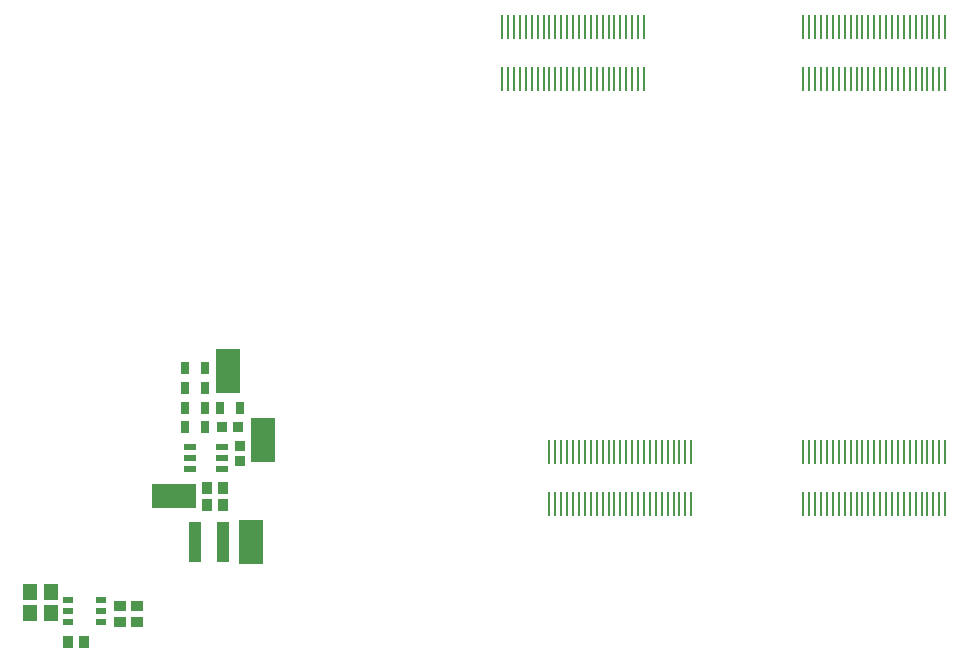
<source format=gbr>
%TF.GenerationSoftware,Altium Limited,Altium Designer,22.7.1 (60)*%
G04 Layer_Color=128*
%FSLAX45Y45*%
%MOMM*%
%TF.SameCoordinates,3BEA7849-7BF4-4C83-8F54-36563B6BDC8B*%
%TF.FilePolarity,Positive*%
%TF.FileFunction,Paste,Bot*%
%TF.Part,Single*%
G01*
G75*
%TA.AperFunction,SMDPad,CuDef*%
%ADD10R,1.15000X1.35000*%
%ADD27R,3.80000X2.03000*%
%ADD28R,0.90000X1.00000*%
%ADD29R,0.85000X0.95000*%
%ADD30R,0.65000X1.05000*%
%ADD31R,2.03000X3.80000*%
%ADD32R,0.95000X0.85000*%
%ADD33R,0.95250X0.60960*%
%ADD34R,1.00000X0.90000*%
%ADD35R,0.98000X3.40000*%
%ADD36R,1.00000X0.60000*%
%ADD37R,0.25000X2.00000*%
D10*
X868144Y1367739D02*
D03*
X693144D02*
D03*
X868143Y1541932D02*
D03*
X693143D02*
D03*
D27*
X1909674Y2354834D02*
D03*
D28*
X2325560Y2425802D02*
D03*
X2190560D02*
D03*
X1151369Y1116127D02*
D03*
X1016369D02*
D03*
X2190560Y2277415D02*
D03*
X2325560D02*
D03*
D29*
X2452092Y2935478D02*
D03*
X2322092D02*
D03*
D30*
X2302092Y3103220D02*
D03*
X2472092D02*
D03*
X2175318Y2935478D02*
D03*
X2005318D02*
D03*
X2175318Y3103220D02*
D03*
X2005318D02*
D03*
X2175318Y3270961D02*
D03*
X2005318D02*
D03*
X2175318Y3438703D02*
D03*
X2005318D02*
D03*
D31*
X2374189Y3412896D02*
D03*
X2664511Y2825801D02*
D03*
X2567737Y1961286D02*
D03*
D32*
X2470963Y2651123D02*
D03*
Y2781123D02*
D03*
D33*
X1292581Y1473352D02*
D03*
Y1379372D02*
D03*
Y1285392D02*
D03*
X1016991D02*
D03*
Y1379372D02*
D03*
Y1473352D02*
D03*
D34*
X1599997Y1287336D02*
D03*
Y1422336D02*
D03*
X1458062Y1287336D02*
D03*
Y1422336D02*
D03*
D35*
X2087947Y1961286D02*
D03*
X2324947D02*
D03*
D36*
X2322574Y2580640D02*
D03*
Y2675640D02*
D03*
Y2770640D02*
D03*
X2047574D02*
D03*
Y2675640D02*
D03*
Y2580640D02*
D03*
D37*
X6292406Y2723489D02*
D03*
X6242406D02*
D03*
X6192406D02*
D03*
X6142406D02*
D03*
X5942406D02*
D03*
X5992406D02*
D03*
X6092406D02*
D03*
X5892406D02*
D03*
X6042406D02*
D03*
X5842406D02*
D03*
X5792406D02*
D03*
X5592406D02*
D03*
X5642406D02*
D03*
X5742406D02*
D03*
X5542406D02*
D03*
X5692406D02*
D03*
X5492406D02*
D03*
X5442406D02*
D03*
X5242406D02*
D03*
X5292406D02*
D03*
X5392406D02*
D03*
X5192406D02*
D03*
X5342406D02*
D03*
X5142406D02*
D03*
X5092406D02*
D03*
X6292406Y2283489D02*
D03*
X6242406D02*
D03*
X6192406D02*
D03*
X6142406D02*
D03*
X5942406D02*
D03*
X5992406D02*
D03*
X6092406D02*
D03*
X5892406D02*
D03*
X6042406D02*
D03*
X5842406D02*
D03*
X5792406D02*
D03*
X5592406D02*
D03*
X5642406D02*
D03*
X5742406D02*
D03*
X5542406D02*
D03*
X5692406D02*
D03*
X5492406D02*
D03*
X5442406D02*
D03*
X5242406D02*
D03*
X5292406D02*
D03*
X5392406D02*
D03*
X5192406D02*
D03*
X5342406D02*
D03*
X5142406D02*
D03*
X5092406D02*
D03*
X8442406Y2723489D02*
D03*
X8392406D02*
D03*
X8342406D02*
D03*
X8292406D02*
D03*
X8092406D02*
D03*
X8142406D02*
D03*
X8242406D02*
D03*
X8042406D02*
D03*
X8192406D02*
D03*
X7992406D02*
D03*
X7942406D02*
D03*
X7742406D02*
D03*
X7792406D02*
D03*
X7892406D02*
D03*
X7692406D02*
D03*
X7842406D02*
D03*
X7642406D02*
D03*
X7592406D02*
D03*
X7392406D02*
D03*
X7442406D02*
D03*
X7542406D02*
D03*
X7342406D02*
D03*
X7492406D02*
D03*
X7292406D02*
D03*
X7242406D02*
D03*
X8442406Y2283489D02*
D03*
X8392406D02*
D03*
X8342406D02*
D03*
X8292406D02*
D03*
X8092406D02*
D03*
X8142406D02*
D03*
X8242406D02*
D03*
X8042406D02*
D03*
X8192406D02*
D03*
X7992406D02*
D03*
X7942406D02*
D03*
X7742406D02*
D03*
X7792406D02*
D03*
X7892406D02*
D03*
X7692406D02*
D03*
X7842406D02*
D03*
X7642406D02*
D03*
X7592406D02*
D03*
X7392406D02*
D03*
X7442406D02*
D03*
X7542406D02*
D03*
X7342406D02*
D03*
X7492406D02*
D03*
X7292406D02*
D03*
X7242406D02*
D03*
X8442406Y6323489D02*
D03*
X8392406D02*
D03*
X8342406D02*
D03*
X8292406D02*
D03*
X8092406D02*
D03*
X8142406D02*
D03*
X8242406D02*
D03*
X8042406D02*
D03*
X8192406D02*
D03*
X7992406D02*
D03*
X7942406D02*
D03*
X7742406D02*
D03*
X7792406D02*
D03*
X7892406D02*
D03*
X7692406D02*
D03*
X7842406D02*
D03*
X7642406D02*
D03*
X7592406D02*
D03*
X7392406D02*
D03*
X7442406D02*
D03*
X7542406D02*
D03*
X7342406D02*
D03*
X7492406D02*
D03*
X7292406D02*
D03*
X7242406D02*
D03*
X8442406Y5883489D02*
D03*
X8392406D02*
D03*
X8342406D02*
D03*
X8292406D02*
D03*
X8092406D02*
D03*
X8142406D02*
D03*
X8242406D02*
D03*
X8042406D02*
D03*
X8192406D02*
D03*
X7992406D02*
D03*
X7942406D02*
D03*
X7742406D02*
D03*
X7792406D02*
D03*
X7892406D02*
D03*
X7692406D02*
D03*
X7842406D02*
D03*
X7642406D02*
D03*
X7592406D02*
D03*
X7392406D02*
D03*
X7442406D02*
D03*
X7542406D02*
D03*
X7342406D02*
D03*
X7492406D02*
D03*
X7292406D02*
D03*
X7242406D02*
D03*
X5892406Y6323489D02*
D03*
X5842406D02*
D03*
X5792406D02*
D03*
X5742406D02*
D03*
X5542406D02*
D03*
X5592406D02*
D03*
X5692406D02*
D03*
X5492406D02*
D03*
X5642406D02*
D03*
X5442406D02*
D03*
X5392406D02*
D03*
X5192406D02*
D03*
X5242406D02*
D03*
X5342406D02*
D03*
X5142406D02*
D03*
X5292406D02*
D03*
X5092406D02*
D03*
X5042406D02*
D03*
X4842406D02*
D03*
X4892406D02*
D03*
X4992406D02*
D03*
X4792406D02*
D03*
X4942406D02*
D03*
X4742406D02*
D03*
X4692406D02*
D03*
X5892406Y5883489D02*
D03*
X5842406D02*
D03*
X5792406D02*
D03*
X5742406D02*
D03*
X5542406D02*
D03*
X5592406D02*
D03*
X5692406D02*
D03*
X5492406D02*
D03*
X5642406D02*
D03*
X5442406D02*
D03*
X5392406D02*
D03*
X5192406D02*
D03*
X5242406D02*
D03*
X5342406D02*
D03*
X5142406D02*
D03*
X5292406D02*
D03*
X5092406D02*
D03*
X5042406D02*
D03*
X4842406D02*
D03*
X4892406D02*
D03*
X4992406D02*
D03*
X4792406D02*
D03*
X4942406D02*
D03*
X4742406D02*
D03*
X4692406D02*
D03*
%TF.MD5,fde8ecd9fd864d3cc082d40e5182a119*%
M02*

</source>
